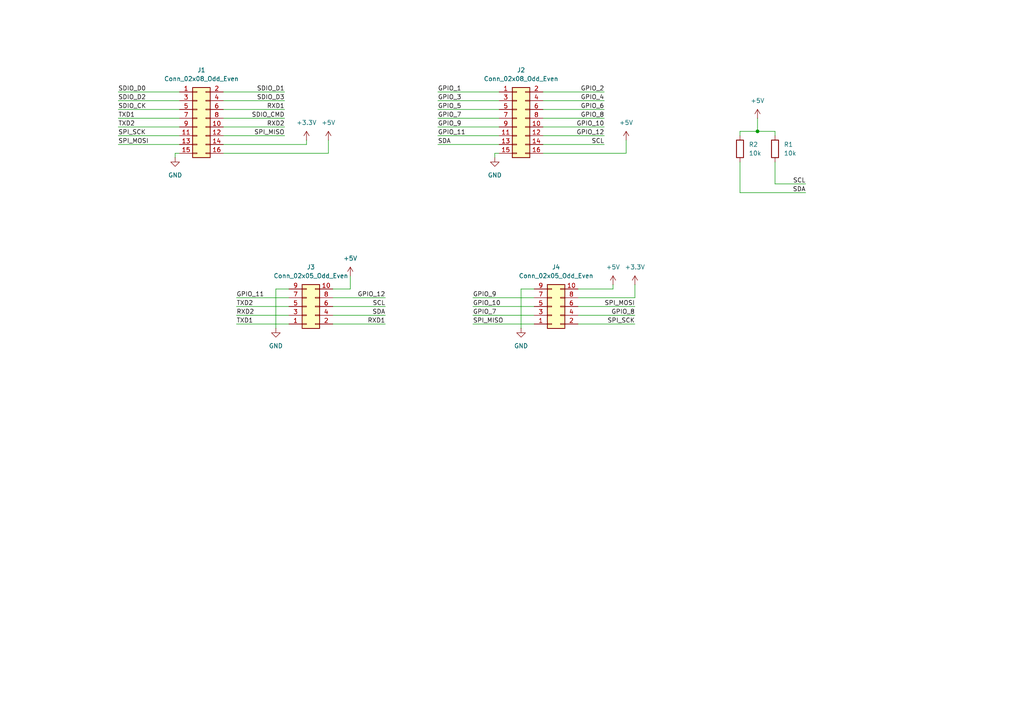
<source format=kicad_sch>
(kicad_sch (version 20250114) (generator "eeschema") (generator_version "9.0")
  (paper "A4")
  (lib_symbols
    (symbol "Connector_Generic:Conn_02x05_Odd_Even" (pin_names (offset 1.016) (hide yes))
      (property "Reference" "J" (at 1.27 7.62 0))
      (property "Value" "Conn_02x05_Odd_Even" (at 1.27 -7.62 0))
      (symbol "Conn_02x05_Odd_Even_1_1"
        (rectangle (start -1.27 6.35) (end 3.81 -6.35) (stroke (width 0.254)) (fill (type background)))
        (rectangle (start -1.27 5.207) (end 0 4.953) (stroke (width 0.1524)))
        (rectangle (start -1.27 2.667) (end 0 2.413) (stroke (width 0.1524)))
        (rectangle (start -1.27 0.127) (end 0 -0.127) (stroke (width 0.1524)))
        (rectangle (start -1.27 -2.413) (end 0 -2.667) (stroke (width 0.1524)))
        (rectangle (start -1.27 -4.953) (end 0 -5.207) (stroke (width 0.1524)))
        (rectangle (start 3.81 5.207) (end 2.54 4.953) (stroke (width 0.1524)))
        (rectangle (start 3.81 2.667) (end 2.54 2.413) (stroke (width 0.1524)))
        (rectangle (start 3.81 0.127) (end 2.54 -0.127) (stroke (width 0.1524)))
        (rectangle (start 3.81 -2.413) (end 2.54 -2.667) (stroke (width 0.1524)))
        (rectangle (start 3.81 -4.953) (end 2.54 -5.207) (stroke (width 0.1524)))
        (pin passive line (at -5.08 5.08 0) (length 3.81) (name "Pin_1") (number "1"))
        (pin passive line (at -5.08 2.54 0) (length 3.81) (name "Pin_3") (number "3"))
        (pin passive line (at -5.08 0 0) (length 3.81) (name "Pin_5") (number "5"))
        (pin passive line (at -5.08 -2.54 0) (length 3.81) (name "Pin_7") (number "7"))
        (pin passive line (at -5.08 -5.08 0) (length 3.81) (name "Pin_9") (number "9"))
        (pin passive line (at 7.62 5.08 180) (length 3.81) (name "Pin_2") (number "2"))
        (pin passive line (at 7.62 2.54 180) (length 3.81) (name "Pin_4") (number "4"))
        (pin passive line (at 7.62 0 180) (length 3.81) (name "Pin_6") (number "6"))
        (pin passive line (at 7.62 -2.54 180) (length 3.81) (name "Pin_8") (number "8"))
        (pin passive line (at 7.62 -5.08 180) (length 3.81) (name "Pin_10") (number "10"))
      )
    )
    (symbol "Connector_Generic:Conn_02x08_Odd_Even" (pin_names (offset 1.016) (hide yes))
      (property "Reference" "J" (at 1.27 10.16 0))
      (property "Value" "Conn_02x08_Odd_Even" (at 1.27 -12.7 0))
      (symbol "Conn_02x08_Odd_Even_1_1"
        (rectangle (start -1.27 8.89) (end 3.81 -11.43) (stroke (width 0.254)) (fill (type background)))
        (rectangle (start -1.27 7.747) (end 0 7.493) (stroke (width 0.1524)))
        (rectangle (start -1.27 5.207) (end 0 4.953) (stroke (width 0.1524)))
        (rectangle (start -1.27 2.667) (end 0 2.413) (stroke (width 0.1524)))
        (rectangle (start -1.27 0.127) (end 0 -0.127) (stroke (width 0.1524)))
        (rectangle (start -1.27 -2.413) (end 0 -2.667) (stroke (width 0.1524)))
        (rectangle (start -1.27 -4.953) (end 0 -5.207) (stroke (width 0.1524)))
        (rectangle (start -1.27 -7.493) (end 0 -7.747) (stroke (width 0.1524)))
        (rectangle (start -1.27 -10.033) (end 0 -10.287) (stroke (width 0.1524)))
        (rectangle (start 3.81 7.747) (end 2.54 7.493) (stroke (width 0.1524)))
        (rectangle (start 3.81 5.207) (end 2.54 4.953) (stroke (width 0.1524)))
        (rectangle (start 3.81 2.667) (end 2.54 2.413) (stroke (width 0.1524)))
        (rectangle (start 3.81 0.127) (end 2.54 -0.127) (stroke (width 0.1524)))
        (rectangle (start 3.81 -2.413) (end 2.54 -2.667) (stroke (width 0.1524)))
        (rectangle (start 3.81 -4.953) (end 2.54 -5.207) (stroke (width 0.1524)))
        (rectangle (start 3.81 -7.493) (end 2.54 -7.747) (stroke (width 0.1524)))
        (rectangle (start 3.81 -10.033) (end 2.54 -10.287) (stroke (width 0.1524)))
        (pin passive line (at -5.08 7.62 0) (length 3.81) (name "Pin_1") (number "1"))
        (pin passive line (at -5.08 5.08 0) (length 3.81) (name "Pin_3") (number "3"))
        (pin passive line (at -5.08 2.54 0) (length 3.81) (name "Pin_5") (number "5"))
        (pin passive line (at -5.08 0 0) (length 3.81) (name "Pin_7") (number "7"))
        (pin passive line (at -5.08 -2.54 0) (length 3.81) (name "Pin_9") (number "9"))
        (pin passive line (at -5.08 -5.08 0) (length 3.81) (name "Pin_11") (number "11"))
        (pin passive line (at -5.08 -7.62 0) (length 3.81) (name "Pin_13") (number "13"))
        (pin passive line (at -5.08 -10.16 0) (length 3.81) (name "Pin_15") (number "15"))
        (pin passive line (at 7.62 7.62 180) (length 3.81) (name "Pin_2") (number "2"))
        (pin passive line (at 7.62 5.08 180) (length 3.81) (name "Pin_4") (number "4"))
        (pin passive line (at 7.62 2.54 180) (length 3.81) (name "Pin_6") (number "6"))
        (pin passive line (at 7.62 0 180) (length 3.81) (name "Pin_8") (number "8"))
        (pin passive line (at 7.62 -2.54 180) (length 3.81) (name "Pin_10") (number "10"))
        (pin passive line (at 7.62 -5.08 180) (length 3.81) (name "Pin_12") (number "12"))
        (pin passive line (at 7.62 -7.62 180) (length 3.81) (name "Pin_14") (number "14"))
        (pin passive line (at 7.62 -10.16 180) (length 3.81) (name "Pin_16") (number "16"))
      )
    )
    (symbol "Device:R" (pin_numbers (hide yes)) (pin_names (offset 0))
      (property "Reference" "R" (at 2.032 0 90))
      (property "Value" "R" (at 0 0 90))
      (symbol "R_0_1"
        (rectangle (start -1.016 -2.54) (end 1.016 2.54) (stroke (width 0.254)))
      )
      (symbol "R_1_1"
        (pin passive line (at 0 3.81 270) (length 1.27) (name "~") (number "1"))
        (pin passive line (at 0 -3.81 90) (length 1.27) (name "~") (number "2"))
      )
    )
    (symbol "power:+3.3V" (power) (pin_numbers (hide yes)) (pin_names (offset 0) (hide yes))
      (property "Value" "+3.3V" (at 0 3.556 0))
      (symbol "+3.3V_0_1"
        (polyline (pts (xy -0.762 1.27) (xy 0 2.54)))
        (polyline (pts (xy 0 2.54) (xy 0.762 1.27)))
        (polyline (pts (xy 0 0) (xy 0 2.54)))
      )
      (symbol "+3.3V_1_1"
        (pin power_in line (at 0 0 90) (length 0) (name "~") (number "1"))
      )
    )
    (symbol "power:+5V" (power) (pin_numbers (hide yes)) (pin_names (offset 0) (hide yes))
      (property "Value" "+5V" (at 0 3.556 0))
      (symbol "+5V_0_1"
        (polyline (pts (xy -0.762 1.27) (xy 0 2.54)))
        (polyline (pts (xy 0 2.54) (xy 0.762 1.27)))
        (polyline (pts (xy 0 0) (xy 0 2.54)))
      )
      (symbol "+5V_1_1"
        (pin power_in line (at 0 0 90) (length 0) (name "~") (number "1"))
      )
    )
    (symbol "power:GND" (power) (pin_numbers (hide yes)) (pin_names (offset 0) (hide yes))
      (property "Value" "GND" (at 0 -3.81 0))
      (symbol "GND_0_1"
        (polyline (pts (xy 0 0) (xy 0 -1.27) (xy 1.27 -1.27) (xy 0 -2.54) (xy -1.27 -1.27) (xy 0 -1.27)))
      )
      (symbol "GND_1_1"
        (pin power_in line (at 0 0 270) (length 0) (name "~") (number "1"))
      )
    )
  )
  (junction (at 219.71 38.1))
  (wire (pts (xy 214.63 38.1) (xy 219.71 38.1)))
  (wire (pts (xy 214.63 39.37) (xy 214.63 38.1)))
  (wire (pts (xy 96.52 83.82) (xy 101.6 83.82)))
  (wire (pts (xy 34.29 39.37) (xy 52.07 39.37)))
  (wire (pts (xy 127 36.83) (xy 144.78 36.83)))
  (wire (pts (xy 95.25 44.45) (xy 95.25 40.64)))
  (wire (pts (xy 167.64 83.82) (xy 177.8 83.82)))
  (wire (pts (xy 184.15 86.36) (xy 167.64 86.36)))
  (wire (pts (xy 167.64 91.44) (xy 184.15 91.44)))
  (wire (pts (xy 96.52 88.9) (xy 111.76 88.9)))
  (wire (pts (xy 157.48 36.83) (xy 175.26 36.83)))
  (wire (pts (xy 137.16 91.44) (xy 154.94 91.44)))
  (wire (pts (xy 157.48 31.75) (xy 175.26 31.75)))
  (wire (pts (xy 68.58 88.9) (xy 83.82 88.9)))
  (wire (pts (xy 64.77 39.37) (xy 82.55 39.37)))
  (wire (pts (xy 80.01 83.82) (xy 80.01 95.25)))
  (wire (pts (xy 96.52 86.36) (xy 111.76 86.36)))
  (wire (pts (xy 64.77 44.45) (xy 95.25 44.45)))
  (wire (pts (xy 88.9 41.91) (xy 88.9 40.64)))
  (wire (pts (xy 137.16 86.36) (xy 154.94 86.36)))
  (wire (pts (xy 177.8 83.82) (xy 177.8 82.55)))
  (wire (pts (xy 50.8 44.45) (xy 50.8 45.72)))
  (wire (pts (xy 137.16 93.98) (xy 154.94 93.98)))
  (wire (pts (xy 151.13 83.82) (xy 151.13 95.25)))
  (wire (pts (xy 64.77 31.75) (xy 82.55 31.75)))
  (wire (pts (xy 167.64 93.98) (xy 184.15 93.98)))
  (wire (pts (xy 127 31.75) (xy 144.78 31.75)))
  (wire (pts (xy 34.29 34.29) (xy 52.07 34.29)))
  (wire (pts (xy 157.48 26.67) (xy 175.26 26.67)))
  (wire (pts (xy 127 34.29) (xy 144.78 34.29)))
  (wire (pts (xy 96.52 91.44) (xy 111.76 91.44)))
  (wire (pts (xy 233.68 55.88) (xy 214.63 55.88)))
  (wire (pts (xy 68.58 91.44) (xy 83.82 91.44)))
  (wire (pts (xy 151.13 83.82) (xy 154.94 83.82)))
  (wire (pts (xy 144.78 44.45) (xy 143.51 44.45)))
  (wire (pts (xy 80.01 83.82) (xy 83.82 83.82)))
  (wire (pts (xy 214.63 46.99) (xy 214.63 55.88)))
  (wire (pts (xy 64.77 34.29) (xy 82.55 34.29)))
  (wire (pts (xy 233.68 53.34) (xy 224.79 53.34)))
  (wire (pts (xy 224.79 38.1) (xy 224.79 39.37)))
  (wire (pts (xy 127 41.91) (xy 144.78 41.91)))
  (wire (pts (xy 137.16 88.9) (xy 154.94 88.9)))
  (wire (pts (xy 34.29 41.91) (xy 52.07 41.91)))
  (wire (pts (xy 224.79 46.99) (xy 224.79 53.34)))
  (wire (pts (xy 184.15 82.55) (xy 184.15 86.36)))
  (wire (pts (xy 64.77 29.21) (xy 82.55 29.21)))
  (wire (pts (xy 127 29.21) (xy 144.78 29.21)))
  (wire (pts (xy 34.29 36.83) (xy 52.07 36.83)))
  (wire (pts (xy 52.07 44.45) (xy 50.8 44.45)))
  (wire (pts (xy 34.29 26.67) (xy 52.07 26.67)))
  (wire (pts (xy 64.77 41.91) (xy 88.9 41.91)))
  (wire (pts (xy 64.77 36.83) (xy 82.55 36.83)))
  (wire (pts (xy 157.48 39.37) (xy 175.26 39.37)))
  (wire (pts (xy 101.6 83.82) (xy 101.6 80.01)))
  (wire (pts (xy 167.64 88.9) (xy 184.15 88.9)))
  (wire (pts (xy 64.77 26.67) (xy 82.55 26.67)))
  (wire (pts (xy 157.48 44.45) (xy 181.61 44.45)))
  (wire (pts (xy 96.52 93.98) (xy 111.76 93.98)))
  (wire (pts (xy 68.58 93.98) (xy 83.82 93.98)))
  (wire (pts (xy 157.48 34.29) (xy 175.26 34.29)))
  (wire (pts (xy 34.29 29.21) (xy 52.07 29.21)))
  (wire (pts (xy 34.29 31.75) (xy 52.07 31.75)))
  (wire (pts (xy 181.61 44.45) (xy 181.61 40.64)))
  (wire (pts (xy 157.48 41.91) (xy 175.26 41.91)))
  (wire (pts (xy 127 39.37) (xy 144.78 39.37)))
  (wire (pts (xy 157.48 29.21) (xy 175.26 29.21)))
  (wire (pts (xy 219.71 38.1) (xy 224.79 38.1)))
  (wire (pts (xy 219.71 38.1) (xy 219.71 34.29)))
  (wire (pts (xy 68.58 86.36) (xy 83.82 86.36)))
  (wire (pts (xy 143.51 44.45) (xy 143.51 45.72)))
  (wire (pts (xy 127 26.67) (xy 144.78 26.67)))
  (label "RXD2" (at 82.55 36.83 180))
  (label "SDIO_CMD" (at 82.55 34.29 180))
  (label "TXD1" (at 68.58 93.98 0))
  (label "GPIO_10" (at 137.16 88.9 0))
  (label "GPIO_2" (at 175.26 26.67 180))
  (label "SPI_MOSI" (at 34.29 41.91 0))
  (label "SCL" (at 233.68 53.34 180))
  (label "SDIO_D0" (at 34.29 26.67 0))
  (label "SPI_SCK" (at 34.29 39.37 0))
  (label "GPIO_4" (at 175.26 29.21 180))
  (label "SPI_MISO" (at 82.55 39.37 180))
  (label "GPIO_12" (at 175.26 39.37 180))
  (label "SCL" (at 175.26 41.91 180))
  (label "GPIO_6" (at 175.26 31.75 180))
  (label "GPIO_9" (at 137.16 86.36 0))
  (label "SDIO_D3" (at 82.55 29.21 180))
  (label "GPIO_5" (at 127 31.75 0))
  (label "SDA" (at 111.76 91.44 180))
  (label "GPIO_9" (at 127 36.83 0))
  (label "SCL" (at 111.76 88.9 180))
  (label "GPIO_10" (at 175.26 36.83 180))
  (label "SPI_MOSI" (at 184.15 88.9 180))
  (label "TXD1" (at 34.29 34.29 0))
  (label "GPIO_8" (at 175.26 34.29 180))
  (label "SDA" (at 233.68 55.88 180))
  (label "TXD2" (at 34.29 36.83 0))
  (label "TXD2" (at 68.58 88.9 0))
  (label "GPIO_11" (at 68.58 86.36 0))
  (label "SDIO_D2" (at 34.29 29.21 0))
  (label "GPIO_12" (at 111.76 86.36 180))
  (label "GPIO_7" (at 127 34.29 0))
  (label "GPIO_8" (at 184.15 91.44 180))
  (label "SPI_MISO" (at 137.16 93.98 0))
  (label "GPIO_11" (at 127 39.37 0))
  (label "GPIO_7" (at 137.16 91.44 0))
  (label "SPI_SCK" (at 184.15 93.98 180))
  (label "GPIO_1" (at 127 26.67 0))
  (label "RXD2" (at 68.58 91.44 0))
  (label "SDIO_CK" (at 34.29 31.75 0))
  (label "GPIO_3" (at 127 29.21 0))
  (label "RXD1" (at 111.76 93.98 180))
  (label "RXD1" (at 82.55 31.75 180))
  (label "SDIO_D1" (at 82.55 26.67 180))
  (label "SDA" (at 127 41.91 0))
  (symbol (lib_id "Connector_Generic:Conn_02x08_Odd_Even") (at 149.86 34.29 0) (unit 1)
    (property "Reference" "J2" (at 151.13 20.32 0))
    (property "Value" "Conn_02x08_Odd_Even" (at 151.13 22.86 0))
    (property "Footprint" "Connector_PinHeader_2.54mm:PinHeader_2x08_P2.54mm_Vertical" (effects (hide yes)))
    (property "Description" "Generic connector, double row, 02x08, odd/even pin numbering scheme (row 1 odd numbers, row 2 even numbers), script generated (kicad-library-utils/schlib/autogen/connector/)" (effects (hide yes)))
  )
  (symbol (lib_id "power:GND") (at 80.01 95.25 0) (unit 1)
    (property "Reference" "#PWR07" (effects (hide yes)))
    (property "Value" "GND" (at 80.01 100.33 0))
    (property "Description" "Power symbol creates a global label with name \"GND\" , ground" (effects (hide yes)))
  )
  (symbol (lib_id "power:GND") (at 50.8 45.72 0) (unit 1)
    (property "Reference" "#PWR03" (effects (hide yes)))
    (property "Value" "GND" (at 50.8 50.8 0))
    (property "Description" "Power symbol creates a global label with name \"GND\" , ground" (effects (hide yes)))
  )
  (symbol (lib_id "power:GND") (at 143.51 45.72 0) (unit 1)
    (property "Reference" "#PWR04" (effects (hide yes)))
    (property "Value" "GND" (at 143.51 50.8 0))
    (property "Description" "Power symbol creates a global label with name \"GND\" , ground" (effects (hide yes)))
  )
  (symbol (lib_id "power:+3.3V") (at 184.15 82.55 0) (unit 1)
    (property "Reference" "#PWR08" (effects (hide yes)))
    (property "Value" "+3.3V" (at 184.15 77.47 0))
    (property "Description" "Power symbol creates a global label with name \"+3.3V\"" (effects (hide yes)))
  )
  (symbol (lib_id "power:+5V") (at 181.61 40.64 0) (unit 1)
    (property "Reference" "#PWR05" (effects (hide yes)))
    (property "Value" "+5V" (at 181.61 35.56 0))
    (property "Description" "Power symbol creates a global label with name \"+5V\"" (effects (hide yes)))
  )
  (symbol (lib_id "power:+5V") (at 219.71 34.29 0) (unit 1)
    (property "Reference" "#PWR011" (effects (hide yes)))
    (property "Value" "+5V" (at 219.71 29.21 0))
    (property "Description" "Power symbol creates a global label with name \"+5V\"" (effects (hide yes)))
  )
  (symbol (lib_id "power:+5V") (at 101.6 80.01 0) (mirror y) (unit 1)
    (property "Reference" "#PWR06" (effects (hide yes)))
    (property "Value" "+5V" (at 101.6 74.93 0))
    (property "Description" "Power symbol creates a global label with name \"+5V\"" (effects (hide yes)))
  )
  (symbol (lib_id "Device:R") (at 224.79 43.18 0) (unit 1)
    (property "Reference" "R1" (at 227.33 41.9099 0) (effects (justify left)))
    (property "Value" "10k" (at 227.33 44.4499 0) (effects (justify left)))
    (property "Footprint" "Resistor_SMD:R_0603_1608Metric" (effects (hide yes)))
    (property "Description" "Resistor" (effects (hide yes)))
  )
  (symbol (lib_id "power:+3.3V") (at 88.9 40.64 0) (unit 1)
    (property "Reference" "#PWR01" (effects (hide yes)))
    (property "Value" "+3.3V" (at 88.9 35.56 0))
    (property "Description" "Power symbol creates a global label with name \"+3.3V\"" (effects (hide yes)))
  )
  (symbol (lib_id "Connector_Generic:Conn_02x05_Odd_Even") (at 88.9 88.9 0) (mirror x) (unit 1)
    (property "Reference" "J3" (at 90.17 77.47 0))
    (property "Value" "Conn_02x05_Odd_Even" (at 90.17 80.01 0))
    (property "Footprint" "Connector_IDC:IDC-Header_2x05_P2.54mm_Vertical" (effects (hide yes)))
    (property "Description" "Generic connector, double row, 02x05, odd/even pin numbering scheme (row 1 odd numbers, row 2 even numbers), script generated (kicad-library-utils/schlib/autogen/connector/)" (effects (hide yes)))
  )
  (symbol (lib_id "Device:R") (at 214.63 43.18 0) (unit 1)
    (property "Reference" "R2" (at 217.17 41.9099 0) (effects (justify left)))
    (property "Value" "10k" (at 217.17 44.4499 0) (effects (justify left)))
    (property "Footprint" "Resistor_SMD:R_0603_1608Metric" (effects (hide yes)))
    (property "Description" "Resistor" (effects (hide yes)))
  )
  (symbol (lib_id "power:+5V") (at 95.25 40.64 0) (unit 1)
    (property "Reference" "#PWR02" (effects (hide yes)))
    (property "Value" "+5V" (at 95.25 35.56 0))
    (property "Description" "Power symbol creates a global label with name \"+5V\"" (effects (hide yes)))
  )
  (symbol (lib_id "Connector_Generic:Conn_02x05_Odd_Even") (at 160.02 88.9 0) (mirror x) (unit 1)
    (property "Reference" "J4" (at 161.29 77.47 0))
    (property "Value" "Conn_02x05_Odd_Even" (at 161.29 80.01 0))
    (property "Footprint" "Connector_IDC:IDC-Header_2x05_P2.54mm_Vertical" (effects (hide yes)))
    (property "Description" "Generic connector, double row, 02x05, odd/even pin numbering scheme (row 1 odd numbers, row 2 even numbers), script generated (kicad-library-utils/schlib/autogen/connector/)" (effects (hide yes)))
  )
  (symbol (lib_id "power:+5V") (at 177.8 82.55 0) (mirror y) (unit 1)
    (property "Reference" "#PWR09" (effects (hide yes)))
    (property "Value" "+5V" (at 177.8 77.47 0))
    (property "Description" "Power symbol creates a global label with name \"+5V\"" (effects (hide yes)))
  )
  (symbol (lib_id "Connector_Generic:Conn_02x08_Odd_Even") (at 57.15 34.29 0) (unit 1)
    (property "Reference" "J1" (at 58.42 20.32 0))
    (property "Value" "Conn_02x08_Odd_Even" (at 58.42 22.86 0))
    (property "Footprint" "Connector_PinHeader_2.54mm:PinHeader_2x08_P2.54mm_Vertical" (effects (hide yes)))
    (property "Description" "Generic connector, double row, 02x08, odd/even pin numbering scheme (row 1 odd numbers, row 2 even numbers), script generated (kicad-library-utils/schlib/autogen/connector/)" (effects (hide yes)))
  )
  (symbol (lib_id "power:GND") (at 151.13 95.25 0) (unit 1)
    (property "Reference" "#PWR010" (effects (hide yes)))
    (property "Value" "GND" (at 151.13 100.33 0))
    (property "Description" "Power symbol creates a global label with name \"GND\" , ground" (effects (hide yes)))
  )
)
</source>
